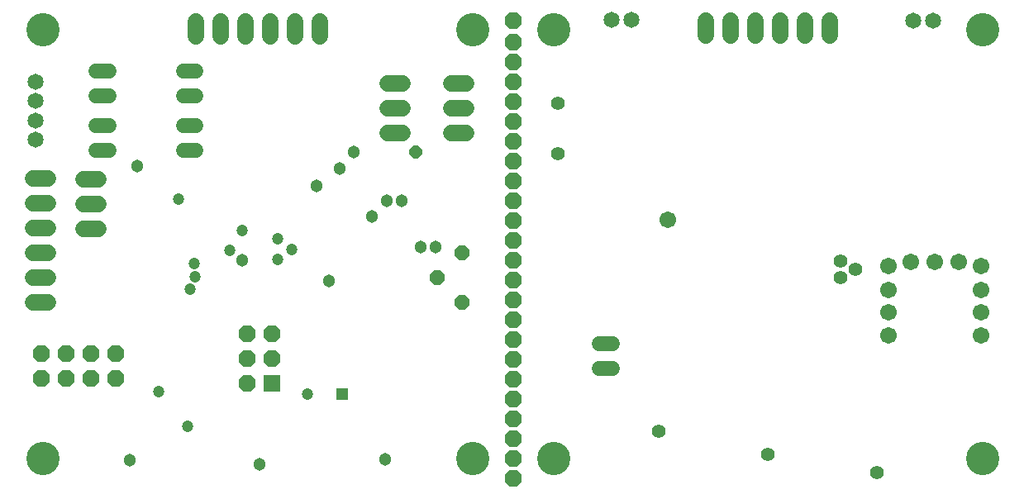
<source format=gbs>
G75*
G70*
%OFA0B0*%
%FSLAX24Y24*%
%IPPOS*%
%LPD*%
%AMOC8*
5,1,8,0,0,1.08239X$1,22.5*
%
%ADD10C,0.1340*%
%ADD11R,0.0680X0.0680*%
%ADD12OC8,0.0680*%
%ADD13C,0.0680*%
%ADD14OC8,0.0597*%
%ADD15C,0.0597*%
%ADD16C,0.0651*%
%ADD17C,0.0513*%
%ADD18C,0.0474*%
%ADD19R,0.0513X0.0513*%
%ADD20OC8,0.0513*%
%ADD21C,0.0552*%
%ADD22C,0.0671*%
%ADD23OC8,0.0671*%
D10*
X001361Y001495D03*
X018684Y001495D03*
X021952Y001495D03*
X039275Y001495D03*
X039275Y018818D03*
X021952Y018818D03*
X018684Y018818D03*
X001361Y018818D03*
D11*
X010586Y004532D03*
D12*
X009586Y004532D03*
X009586Y005532D03*
X010586Y005532D03*
X010586Y006532D03*
X009586Y006532D03*
X004287Y005748D03*
X003287Y005748D03*
X002287Y005748D03*
X001287Y005748D03*
X001287Y004748D03*
X002287Y004748D03*
X003287Y004748D03*
X004287Y004748D03*
D13*
X001553Y007814D02*
X000953Y007814D01*
X000953Y008814D02*
X001553Y008814D01*
X001553Y009814D02*
X000953Y009814D01*
X000953Y010814D02*
X001553Y010814D01*
X003008Y010762D02*
X003608Y010762D01*
X003608Y011762D02*
X003008Y011762D01*
X001553Y011814D02*
X000953Y011814D01*
X000953Y012814D02*
X001553Y012814D01*
X003008Y012762D02*
X003608Y012762D01*
X007529Y018533D02*
X007529Y019133D01*
X008529Y019133D02*
X008529Y018533D01*
X009529Y018533D02*
X009529Y019133D01*
X010529Y019133D02*
X010529Y018533D01*
X011529Y018533D02*
X011529Y019133D01*
X012529Y019133D02*
X012529Y018533D01*
X015274Y016629D02*
X015874Y016629D01*
X017833Y016629D02*
X018433Y016629D01*
X018433Y015629D02*
X017833Y015629D01*
X015874Y015629D02*
X015274Y015629D01*
X015274Y014629D02*
X015874Y014629D01*
X017833Y014629D02*
X018433Y014629D01*
X028111Y018555D02*
X028111Y019155D01*
X029111Y019155D02*
X029111Y018555D01*
X030111Y018555D02*
X030111Y019155D01*
X031111Y019155D02*
X031111Y018555D01*
X032111Y018555D02*
X032111Y019155D01*
X033111Y019155D02*
X033111Y018555D01*
D14*
X018271Y009797D03*
X017271Y008807D03*
X018271Y007817D03*
D15*
X023805Y006138D02*
X024322Y006138D01*
X024322Y005138D02*
X023805Y005138D01*
X007531Y013952D02*
X007014Y013952D01*
X007014Y014952D02*
X007531Y014952D01*
X007544Y016130D02*
X007028Y016130D01*
X007028Y017130D02*
X007544Y017130D01*
X004028Y017130D02*
X003511Y017130D01*
X003511Y016130D02*
X004028Y016130D01*
X004014Y014952D02*
X003497Y014952D01*
X003497Y013952D02*
X004014Y013952D01*
D16*
X001055Y014358D03*
X001055Y015145D03*
X001055Y015933D03*
X001055Y016720D03*
X024308Y019190D03*
X025095Y019190D03*
X036477Y019177D03*
X037264Y019177D03*
D17*
X017205Y010039D03*
X016605Y010039D03*
X014630Y011264D03*
X015230Y011914D03*
X015830Y011914D03*
X013330Y013214D03*
X013880Y013864D03*
X012380Y012514D03*
X009380Y009514D03*
X012880Y008664D03*
X005150Y013314D03*
X004855Y001439D03*
X010080Y001264D03*
X015155Y001464D03*
D18*
X012040Y004104D03*
X007200Y002814D03*
X006020Y004204D03*
X007280Y008354D03*
X007480Y008834D03*
X007470Y009384D03*
X008900Y009894D03*
X009405Y010689D03*
X010820Y010374D03*
X011380Y009924D03*
X010830Y009544D03*
X006840Y011974D03*
D19*
X013430Y004114D03*
D20*
X016380Y013864D03*
D21*
X022128Y013792D03*
X022128Y015832D03*
X033528Y009472D03*
X034128Y009152D03*
X033528Y008792D03*
X026208Y002592D03*
X030608Y001672D03*
X035008Y000952D03*
D22*
X035448Y006472D03*
X035448Y007392D03*
X035448Y008312D03*
X035448Y009272D03*
X036368Y009432D03*
X037328Y009432D03*
X038288Y009432D03*
X039208Y009272D03*
X039208Y008312D03*
X039208Y007392D03*
X039208Y006472D03*
X026568Y011152D03*
D23*
X020330Y011114D03*
X020330Y010314D03*
X020330Y009514D03*
X020330Y008714D03*
X020330Y007914D03*
X020330Y007114D03*
X020330Y006314D03*
X020330Y005514D03*
X020330Y004714D03*
X020330Y003914D03*
X020330Y003114D03*
X020330Y002314D03*
X020330Y001514D03*
X020330Y000714D03*
X020330Y011914D03*
X020330Y012714D03*
X020330Y013514D03*
X020330Y014314D03*
X020330Y015114D03*
X020330Y015914D03*
X020330Y016714D03*
X020330Y017514D03*
X020330Y018314D03*
X020330Y019164D03*
M02*

</source>
